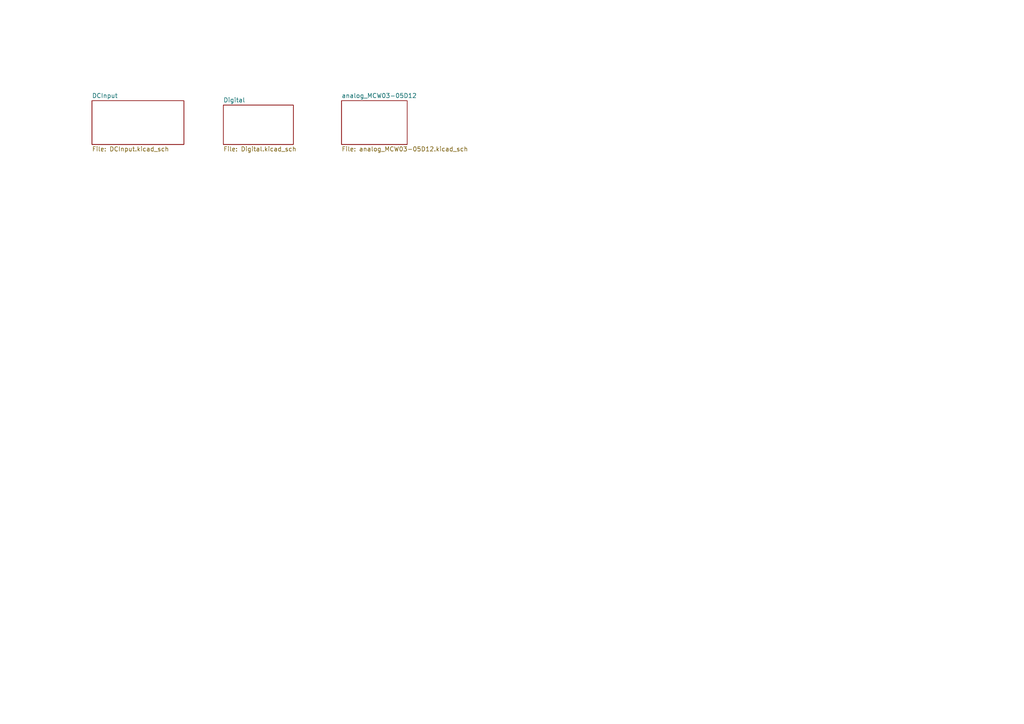
<source format=kicad_sch>
(kicad_sch
	(version 20250114)
	(generator "eeschema")
	(generator_version "9.0")
	(uuid "d01ab4b9-32cc-4ad1-a75c-7828c0b9e0d3")
	(paper "A4")
	(lib_symbols)
	(sheet
		(at 99.06 29.21)
		(size 19.05 12.7)
		(exclude_from_sim no)
		(in_bom yes)
		(on_board yes)
		(dnp no)
		(fields_autoplaced yes)
		(stroke
			(width 0.1524)
			(type solid)
		)
		(fill
			(color 0 0 0 0.0000)
		)
		(uuid "021aa7d9-0914-4033-a72d-5ac55ee9225c")
		(property "Sheetname" "analog_MCW03-05D12"
			(at 99.06 28.4984 0)
			(effects
				(font
					(size 1.27 1.27)
				)
				(justify left bottom)
			)
		)
		(property "Sheetfile" "analog_MCW03-05D12.kicad_sch"
			(at 99.06 42.4946 0)
			(effects
				(font
					(size 1.27 1.27)
				)
				(justify left top)
			)
		)
		(instances
			(project "PowerSeparate"
				(path "/d01ab4b9-32cc-4ad1-a75c-7828c0b9e0d3"
					(page "4")
				)
			)
		)
	)
	(sheet
		(at 26.67 29.21)
		(size 26.67 12.7)
		(exclude_from_sim no)
		(in_bom yes)
		(on_board yes)
		(dnp no)
		(fields_autoplaced yes)
		(stroke
			(width 0.1524)
			(type solid)
		)
		(fill
			(color 0 0 0 0.0000)
		)
		(uuid "3298bddd-cd05-4c40-9461-e62d4213b271")
		(property "Sheetname" "DCInput"
			(at 26.67 28.4984 0)
			(effects
				(font
					(size 1.27 1.27)
				)
				(justify left bottom)
			)
		)
		(property "Sheetfile" "DCInput.kicad_sch"
			(at 26.67 42.4946 0)
			(effects
				(font
					(size 1.27 1.27)
				)
				(justify left top)
			)
		)
		(instances
			(project "PowerSeparate"
				(path "/d01ab4b9-32cc-4ad1-a75c-7828c0b9e0d3"
					(page "2")
				)
			)
		)
	)
	(sheet
		(at 64.77 30.48)
		(size 20.32 11.43)
		(exclude_from_sim no)
		(in_bom yes)
		(on_board yes)
		(dnp no)
		(fields_autoplaced yes)
		(stroke
			(width 0.1524)
			(type solid)
		)
		(fill
			(color 0 0 0 0.0000)
		)
		(uuid "d9702399-7eb6-4c21-acec-901ec311ed4e")
		(property "Sheetname" "Digital"
			(at 64.77 29.7684 0)
			(effects
				(font
					(size 1.27 1.27)
				)
				(justify left bottom)
			)
		)
		(property "Sheetfile" "Digital.kicad_sch"
			(at 64.77 42.4946 0)
			(effects
				(font
					(size 1.27 1.27)
				)
				(justify left top)
			)
		)
		(instances
			(project "PowerSeparate"
				(path "/d01ab4b9-32cc-4ad1-a75c-7828c0b9e0d3"
					(page "3")
				)
			)
		)
	)
	(sheet_instances
		(path "/"
			(page "1")
		)
	)
	(embedded_fonts no)
)

</source>
